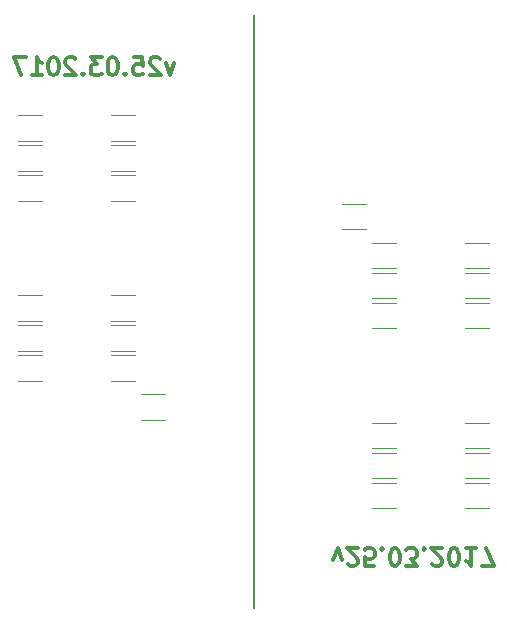
<source format=gbo>
G04 #@! TF.FileFunction,Legend,Bot*
%FSLAX46Y46*%
G04 Gerber Fmt 4.6, Leading zero omitted, Abs format (unit mm)*
G04 Created by KiCad (PCBNEW 4.0.5) date 03/25/17 21:33:15*
%MOMM*%
%LPD*%
G01*
G04 APERTURE LIST*
%ADD10C,0.100000*%
%ADD11C,0.200000*%
%ADD12C,0.300000*%
%ADD13C,0.120000*%
G04 APERTURE END LIST*
D10*
D11*
X100965000Y-149860000D02*
X100965000Y-99695000D01*
D12*
X107704788Y-145799929D02*
X108061931Y-144799929D01*
X108419073Y-145799929D01*
X108919073Y-146157071D02*
X108990502Y-146228500D01*
X109133359Y-146299929D01*
X109490502Y-146299929D01*
X109633359Y-146228500D01*
X109704788Y-146157071D01*
X109776216Y-146014214D01*
X109776216Y-145871357D01*
X109704788Y-145657071D01*
X108847645Y-144799929D01*
X109776216Y-144799929D01*
X111133359Y-146299929D02*
X110419073Y-146299929D01*
X110347644Y-145585643D01*
X110419073Y-145657071D01*
X110561930Y-145728500D01*
X110919073Y-145728500D01*
X111061930Y-145657071D01*
X111133359Y-145585643D01*
X111204787Y-145442786D01*
X111204787Y-145085643D01*
X111133359Y-144942786D01*
X111061930Y-144871357D01*
X110919073Y-144799929D01*
X110561930Y-144799929D01*
X110419073Y-144871357D01*
X110347644Y-144942786D01*
X111847644Y-144942786D02*
X111919072Y-144871357D01*
X111847644Y-144799929D01*
X111776215Y-144871357D01*
X111847644Y-144942786D01*
X111847644Y-144799929D01*
X112847644Y-146299929D02*
X112990501Y-146299929D01*
X113133358Y-146228500D01*
X113204787Y-146157071D01*
X113276216Y-146014214D01*
X113347644Y-145728500D01*
X113347644Y-145371357D01*
X113276216Y-145085643D01*
X113204787Y-144942786D01*
X113133358Y-144871357D01*
X112990501Y-144799929D01*
X112847644Y-144799929D01*
X112704787Y-144871357D01*
X112633358Y-144942786D01*
X112561930Y-145085643D01*
X112490501Y-145371357D01*
X112490501Y-145728500D01*
X112561930Y-146014214D01*
X112633358Y-146157071D01*
X112704787Y-146228500D01*
X112847644Y-146299929D01*
X113847644Y-146299929D02*
X114776215Y-146299929D01*
X114276215Y-145728500D01*
X114490501Y-145728500D01*
X114633358Y-145657071D01*
X114704787Y-145585643D01*
X114776215Y-145442786D01*
X114776215Y-145085643D01*
X114704787Y-144942786D01*
X114633358Y-144871357D01*
X114490501Y-144799929D01*
X114061929Y-144799929D01*
X113919072Y-144871357D01*
X113847644Y-144942786D01*
X115419072Y-144942786D02*
X115490500Y-144871357D01*
X115419072Y-144799929D01*
X115347643Y-144871357D01*
X115419072Y-144942786D01*
X115419072Y-144799929D01*
X116061929Y-146157071D02*
X116133358Y-146228500D01*
X116276215Y-146299929D01*
X116633358Y-146299929D01*
X116776215Y-146228500D01*
X116847644Y-146157071D01*
X116919072Y-146014214D01*
X116919072Y-145871357D01*
X116847644Y-145657071D01*
X115990501Y-144799929D01*
X116919072Y-144799929D01*
X117847643Y-146299929D02*
X117990500Y-146299929D01*
X118133357Y-146228500D01*
X118204786Y-146157071D01*
X118276215Y-146014214D01*
X118347643Y-145728500D01*
X118347643Y-145371357D01*
X118276215Y-145085643D01*
X118204786Y-144942786D01*
X118133357Y-144871357D01*
X117990500Y-144799929D01*
X117847643Y-144799929D01*
X117704786Y-144871357D01*
X117633357Y-144942786D01*
X117561929Y-145085643D01*
X117490500Y-145371357D01*
X117490500Y-145728500D01*
X117561929Y-146014214D01*
X117633357Y-146157071D01*
X117704786Y-146228500D01*
X117847643Y-146299929D01*
X119776214Y-144799929D02*
X118919071Y-144799929D01*
X119347643Y-144799929D02*
X119347643Y-146299929D01*
X119204786Y-146085643D01*
X119061928Y-145942786D01*
X118919071Y-145871357D01*
X120276214Y-146299929D02*
X121276214Y-146299929D01*
X120633357Y-144799929D01*
X94225212Y-103755071D02*
X93868069Y-104755071D01*
X93510927Y-103755071D01*
X93010927Y-103397929D02*
X92939498Y-103326500D01*
X92796641Y-103255071D01*
X92439498Y-103255071D01*
X92296641Y-103326500D01*
X92225212Y-103397929D01*
X92153784Y-103540786D01*
X92153784Y-103683643D01*
X92225212Y-103897929D01*
X93082355Y-104755071D01*
X92153784Y-104755071D01*
X90796641Y-103255071D02*
X91510927Y-103255071D01*
X91582356Y-103969357D01*
X91510927Y-103897929D01*
X91368070Y-103826500D01*
X91010927Y-103826500D01*
X90868070Y-103897929D01*
X90796641Y-103969357D01*
X90725213Y-104112214D01*
X90725213Y-104469357D01*
X90796641Y-104612214D01*
X90868070Y-104683643D01*
X91010927Y-104755071D01*
X91368070Y-104755071D01*
X91510927Y-104683643D01*
X91582356Y-104612214D01*
X90082356Y-104612214D02*
X90010928Y-104683643D01*
X90082356Y-104755071D01*
X90153785Y-104683643D01*
X90082356Y-104612214D01*
X90082356Y-104755071D01*
X89082356Y-103255071D02*
X88939499Y-103255071D01*
X88796642Y-103326500D01*
X88725213Y-103397929D01*
X88653784Y-103540786D01*
X88582356Y-103826500D01*
X88582356Y-104183643D01*
X88653784Y-104469357D01*
X88725213Y-104612214D01*
X88796642Y-104683643D01*
X88939499Y-104755071D01*
X89082356Y-104755071D01*
X89225213Y-104683643D01*
X89296642Y-104612214D01*
X89368070Y-104469357D01*
X89439499Y-104183643D01*
X89439499Y-103826500D01*
X89368070Y-103540786D01*
X89296642Y-103397929D01*
X89225213Y-103326500D01*
X89082356Y-103255071D01*
X88082356Y-103255071D02*
X87153785Y-103255071D01*
X87653785Y-103826500D01*
X87439499Y-103826500D01*
X87296642Y-103897929D01*
X87225213Y-103969357D01*
X87153785Y-104112214D01*
X87153785Y-104469357D01*
X87225213Y-104612214D01*
X87296642Y-104683643D01*
X87439499Y-104755071D01*
X87868071Y-104755071D01*
X88010928Y-104683643D01*
X88082356Y-104612214D01*
X86510928Y-104612214D02*
X86439500Y-104683643D01*
X86510928Y-104755071D01*
X86582357Y-104683643D01*
X86510928Y-104612214D01*
X86510928Y-104755071D01*
X85868071Y-103397929D02*
X85796642Y-103326500D01*
X85653785Y-103255071D01*
X85296642Y-103255071D01*
X85153785Y-103326500D01*
X85082356Y-103397929D01*
X85010928Y-103540786D01*
X85010928Y-103683643D01*
X85082356Y-103897929D01*
X85939499Y-104755071D01*
X85010928Y-104755071D01*
X84082357Y-103255071D02*
X83939500Y-103255071D01*
X83796643Y-103326500D01*
X83725214Y-103397929D01*
X83653785Y-103540786D01*
X83582357Y-103826500D01*
X83582357Y-104183643D01*
X83653785Y-104469357D01*
X83725214Y-104612214D01*
X83796643Y-104683643D01*
X83939500Y-104755071D01*
X84082357Y-104755071D01*
X84225214Y-104683643D01*
X84296643Y-104612214D01*
X84368071Y-104469357D01*
X84439500Y-104183643D01*
X84439500Y-103826500D01*
X84368071Y-103540786D01*
X84296643Y-103397929D01*
X84225214Y-103326500D01*
X84082357Y-103255071D01*
X82153786Y-104755071D02*
X83010929Y-104755071D01*
X82582357Y-104755071D02*
X82582357Y-103255071D01*
X82725214Y-103469357D01*
X82868072Y-103612214D01*
X83010929Y-103683643D01*
X81653786Y-103255071D02*
X80653786Y-103255071D01*
X81296643Y-104755071D01*
D13*
X118888000Y-121085000D02*
X120888000Y-121085000D01*
X120888000Y-118945000D02*
X118888000Y-118945000D01*
X118888000Y-123625000D02*
X120888000Y-123625000D01*
X120888000Y-121485000D02*
X118888000Y-121485000D01*
X118888000Y-126165000D02*
X120888000Y-126165000D01*
X120888000Y-124025000D02*
X118888000Y-124025000D01*
X111014000Y-136325000D02*
X113014000Y-136325000D01*
X113014000Y-134185000D02*
X111014000Y-134185000D01*
X118888000Y-136325000D02*
X120888000Y-136325000D01*
X120888000Y-134185000D02*
X118888000Y-134185000D01*
X111014000Y-138865000D02*
X113014000Y-138865000D01*
X113014000Y-136725000D02*
X111014000Y-136725000D01*
X118888000Y-138865000D02*
X120888000Y-138865000D01*
X120888000Y-136725000D02*
X118888000Y-136725000D01*
X111014000Y-141405000D02*
X113014000Y-141405000D01*
X113014000Y-139265000D02*
X111014000Y-139265000D01*
X118888000Y-141405000D02*
X120888000Y-141405000D01*
X120888000Y-139265000D02*
X118888000Y-139265000D01*
X111014000Y-121085000D02*
X113014000Y-121085000D01*
X113014000Y-118945000D02*
X111014000Y-118945000D01*
X111014000Y-123625000D02*
X113014000Y-123625000D01*
X113014000Y-121485000D02*
X111014000Y-121485000D01*
X111014000Y-126165000D02*
X113014000Y-126165000D01*
X113014000Y-124025000D02*
X111014000Y-124025000D01*
X110474000Y-115643000D02*
X108474000Y-115643000D01*
X108474000Y-117783000D02*
X110474000Y-117783000D01*
X91456000Y-133912000D02*
X93456000Y-133912000D01*
X93456000Y-131772000D02*
X91456000Y-131772000D01*
X90916000Y-123390000D02*
X88916000Y-123390000D01*
X88916000Y-125530000D02*
X90916000Y-125530000D01*
X90916000Y-125930000D02*
X88916000Y-125930000D01*
X88916000Y-128070000D02*
X90916000Y-128070000D01*
X90916000Y-128470000D02*
X88916000Y-128470000D01*
X88916000Y-130610000D02*
X90916000Y-130610000D01*
X83042000Y-108150000D02*
X81042000Y-108150000D01*
X81042000Y-110290000D02*
X83042000Y-110290000D01*
X90916000Y-108150000D02*
X88916000Y-108150000D01*
X88916000Y-110290000D02*
X90916000Y-110290000D01*
X83042000Y-110690000D02*
X81042000Y-110690000D01*
X81042000Y-112830000D02*
X83042000Y-112830000D01*
X90916000Y-110690000D02*
X88916000Y-110690000D01*
X88916000Y-112830000D02*
X90916000Y-112830000D01*
X83042000Y-113230000D02*
X81042000Y-113230000D01*
X81042000Y-115370000D02*
X83042000Y-115370000D01*
X90916000Y-113230000D02*
X88916000Y-113230000D01*
X88916000Y-115370000D02*
X90916000Y-115370000D01*
X83042000Y-123390000D02*
X81042000Y-123390000D01*
X81042000Y-125530000D02*
X83042000Y-125530000D01*
X83042000Y-125930000D02*
X81042000Y-125930000D01*
X81042000Y-128070000D02*
X83042000Y-128070000D01*
X83042000Y-128470000D02*
X81042000Y-128470000D01*
X81042000Y-130610000D02*
X83042000Y-130610000D01*
M02*

</source>
